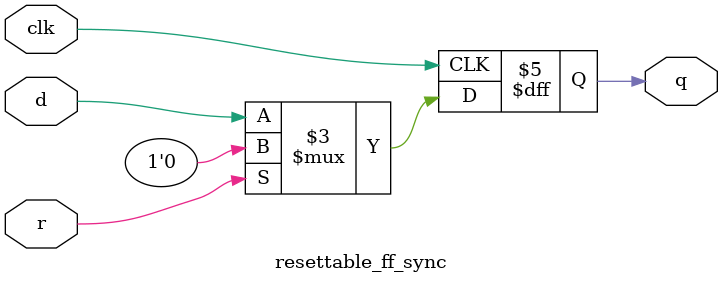
<source format=sv>
module resettable_ff_sync(
input logic d, clk, r,
output logic q);

always_ff @(posedge clk)
    if (r) // r == 1
    q <= 1'b0;
    else
    q <= d;
endmodule
</source>
